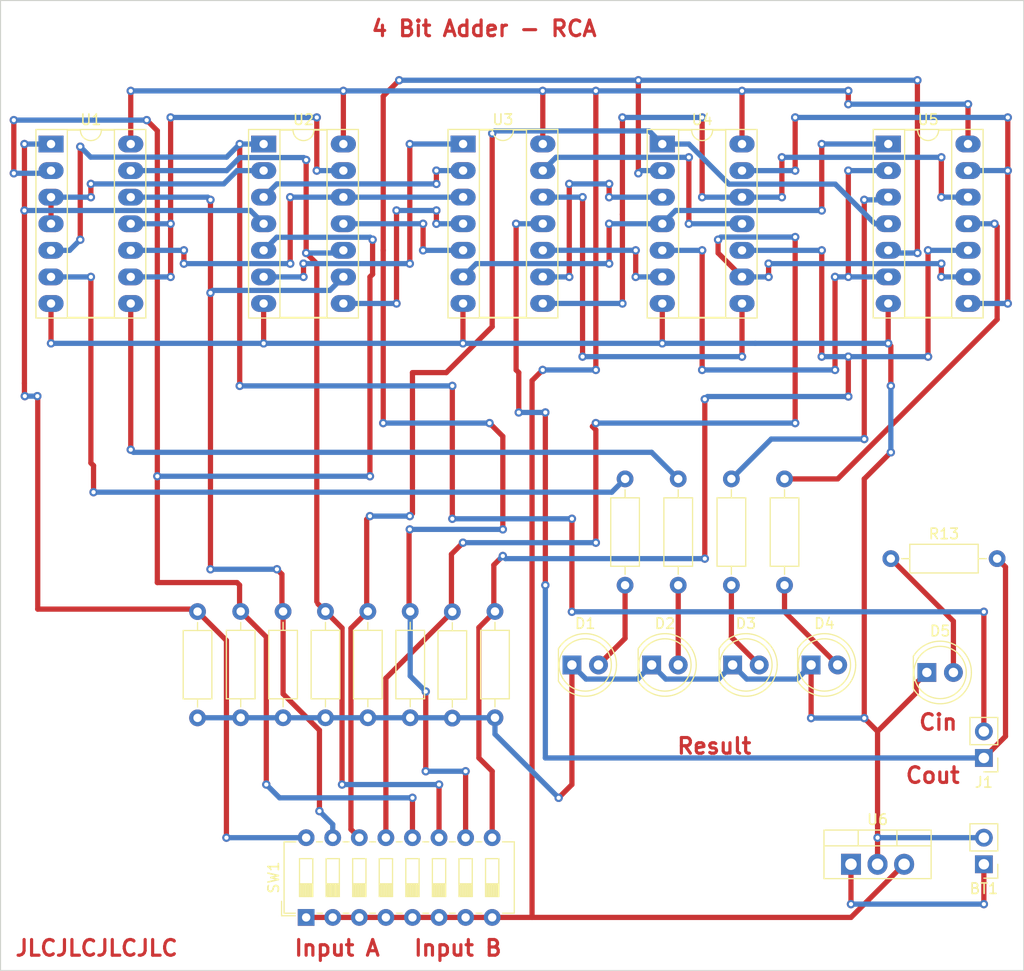
<source format=kicad_pcb>
(kicad_pcb (version 20221018) (generator pcbnew)
  (layers (0 "F.Cu" signal) (31 "B.Cu" signal) (34 "B.Paste" user) (35 "F.Paste" user) (36 "B.SilkS" user "B.Silkscreen") (37 "F.SilkS" user "F.Silkscreen") (38 "B.Mask" user) (39 "F.Mask" user) (44 "Edge.Cuts" user))
  (net 0 "")
  (net 1 "Net-(BT1-+)")
  (net 2 "Net-(BT1--)")
  (net 3 "Net-(D1-A)")
  (net 4 "Net-(D2-A)")
  (net 5 "Net-(D3-A)")
  (net 6 "Net-(D4-A)")
  (net 7 "Net-(J1-Pin_1)")
  (net 8 "Net-(R1-Pad2)")
  (net 9 "Net-(R2-Pad2)")
  (net 10 "Net-(R3-Pad2)")
  (net 11 "Net-(R4-Pad2)")
  (net 12 "Net-(U1-Pad3)")
  (net 13 "Net-(U1-Pad11)")
  (net 14 "Net-(U1-Pad10)")
  (net 15 "Net-(U2-Pad3)")
  (net 16 "Net-(U2-Pad6)")
  (net 17 "Net-(U2-Pad8)")
  (net 18 "Net-(U2-Pad11)")
  (net 19 "Net-(U3-Pad6)")
  (net 20 "Net-(U3-Pad8)")
  (net 21 "Net-(U3-Pad9)")
  (net 22 "Net-(U3-Pad10)")
  (net 23 "Net-(U3-Pad12)")
  (net 24 "Net-(U3-Pad13)")
  (net 25 "Net-(U4-Pad5)")
  (net 26 "Net-(U4-Pad13)")
  (net 27 "Net-(R5-Pad1)")
  (net 28 "Net-(R6-Pad1)")
  (net 29 "Net-(R7-Pad1)")
  (net 30 "Net-(R8-Pad1)")
  (net 31 "Net-(R9-Pad1)")
  (net 32 "Net-(R10-Pad1)")
  (net 33 "Net-(R11-Pad1)")
  (net 34 "Net-(R12-Pad1)")
  (net 35 "Net-(U1E-VCC)")
  (net 36 "Net-(J1-Pin_2)")
  (net 37 "Net-(D5-A)")
  (footprint "Resistor_THT:R_Axial_DIN0207_L6.3mm_D2.5mm_P10.16mm_Horizontal" (layer "F.Cu") (at 175.26 104.14 90)
    (fp_text reference "R3" hide)
    (fp_text value "360")
  )
  (footprint "LED_THT:LED_D5.0mm" (layer "F.Cu") (at 167.64 111.76)
    (fp_text reference "D2")
    (fp_text value "LED")
  )
  (footprint "Resistor_THT:R_Axial_DIN0207_L6.3mm_D2.5mm_P10.16mm_Horizontal" (layer "F.Cu") (at 148.59 106.68 -90)
    (fp_text reference "R6" hide)
    (fp_text value "10k")
  )
  (footprint "Package_DIP:DIP-14_W7.62mm_Socket_LongPads" (layer "F.Cu") (at 168.656 61.976)
    (fp_text reference "U4")
    (fp_text value "74HC08")
  )
  (footprint "Resistor_THT:R_Axial_DIN0207_L6.3mm_D2.5mm_P10.16mm_Horizontal" (layer "F.Cu") (at 124.24 106.66 -90)
    (fp_text reference "R12" hide)
    (fp_text value "10k")
  )
  (footprint "Package_DIP:DIP-14_W7.62mm_Socket_LongPads" (layer "F.Cu") (at 190.256 61.971)
    (fp_text reference "U5")
    (fp_text value "74HC86")
  )
  (footprint "Resistor_THT:R_Axial_DIN0207_L6.3mm_D2.5mm_P10.16mm_Horizontal" (layer "F.Cu") (at 140.516 106.646 -90)
    (fp_text reference "R8" hide)
    (fp_text value "10k")
  )
  (footprint "LED_THT:LED_D5.0mm" (layer "F.Cu") (at 193.94 112.48)
    (fp_text reference "D5")
    (fp_text value "LED")
  )
  (footprint "LED_THT:LED_D5.0mm" (layer "F.Cu") (at 160.02 111.76)
    (fp_text reference "D1")
    (fp_text value "LED")
  )
  (footprint "Connector_PinHeader_2.54mm:PinHeader_1x02_P2.54mm_Vertical" (layer "F.Cu") (at 199.39 130.81 180)
    (fp_text reference "BT1")
    (fp_text value "9V")
  )
  (footprint "Resistor_THT:R_Axial_DIN0207_L6.3mm_D2.5mm_P10.16mm_Horizontal" (layer "F.Cu") (at 136.466 106.646 -90)
    (fp_text reference "R9" hide)
    (fp_text value "10k")
  )
  (footprint "Button_Switch_THT:SW_DIP_SPSTx08_Slide_6.7x21.88mm_W7.62mm_P2.54mm_LowProfile" (layer "F.Cu") (at 134.62 135.89 90)
    (fp_text reference "SW1")
    (fp_text value "SW_DIP_x08")
  )
  (footprint "Resistor_THT:R_Axial_DIN0207_L6.3mm_D2.5mm_P10.16mm_Horizontal" (layer "F.Cu") (at 165.1 104.14 90)
    (fp_text reference "R1" hide)
    (fp_text value "360")
  )
  (footprint "Resistor_THT:R_Axial_DIN0207_L6.3mm_D2.5mm_P10.16mm_Horizontal" (layer "F.Cu") (at 144.566 106.646 -90)
    (fp_text reference "R7" hide)
    (fp_text value "10k")
  )
  (footprint "Connector_PinHeader_2.54mm:PinHeader_1x02_P2.54mm_Vertical" (layer "F.Cu") (at 199.39 120.65 180)
    (fp_text reference "J1")
    (fp_text value "CIN & COUT" hide)
  )
  (footprint "Package_TO_SOT_THT:TO-220-3_Vertical" (layer "F.Cu") (at 186.69 130.81)
    (fp_text reference "U6")
    (fp_text value "L7805")
  )
  (footprint "Package_DIP:DIP-14_W7.62mm_Socket_LongPads" (layer "F.Cu") (at 110.236 61.976)
    (fp_text reference "U1")
    (fp_text value "74HC86")
  )
  (footprint "Resistor_THT:R_Axial_DIN0207_L6.3mm_D2.5mm_P10.16mm_Horizontal" (layer "F.Cu") (at 152.666 106.646 -90)
    (fp_text reference "R5" hide)
    (fp_text value "10k")
  )
  (footprint "LED_THT:LED_D5.0mm" (layer "F.Cu") (at 182.88 111.76)
    (fp_text reference "D4")
    (fp_text value "LED")
  )
  (footprint "Package_DIP:DIP-14_W7.62mm_Socket_LongPads" (layer "F.Cu") (at 130.556 61.976)
    (fp_text reference "U2")
    (fp_text value "74HC08")
  )
  (footprint "Resistor_THT:R_Axial_DIN0207_L6.3mm_D2.5mm_P10.16mm_Horizontal" (layer "F.Cu") (at 132.416 106.646 -90)
    (fp_text reference "R10" hide)
    (fp_text value "10k")
  )
  (footprint "Resistor_THT:R_Axial_DIN0207_L6.3mm_D2.5mm_P10.16mm_Horizontal" (layer "F.Cu") (at 128.366 106.646 -90)
    (fp_text reference "R11" hide)
    (fp_text value "10k")
  )
  (footprint "Package_DIP:DIP-14_W7.62mm_Socket_LongPads" (layer "F.Cu") (at 149.616 61.971)
    (fp_text reference "U3")
    (fp_text value "74HC32")
  )
  (footprint "Resistor_THT:R_Axial_DIN0207_L6.3mm_D2.5mm_P10.16mm_Horizontal" (layer "F.Cu") (at 180.34 104.14 90)
    (fp_text reference "R4" hide)
    (fp_text value "360")
  )
  (footprint "Resistor_THT:R_Axial_DIN0207_L6.3mm_D2.5mm_P10.16mm_Horizontal" (layer "F.Cu") (at 190.5 101.6)
    (fp_text reference "R13")
    (fp_text value "360")
  )
  (footprint "LED_THT:LED_D5.0mm" (layer "F.Cu") (at 175.38 111.76)
    (fp_text reference "D3")
    (fp_text value "LED")
  )
  (footprint "Resistor_THT:R_Axial_DIN0207_L6.3mm_D2.5mm_P10.16mm_Horizontal" (layer "F.Cu") (at 170.18 104.14 90)
    (fp_text reference "R2" hide)
    (fp_text value "360")
  )
  (gr_rect (start 105.41 48.26) (end 203.2 140.97) (stroke (width 0.1)) (fill none) (layer "Edge.Cuts"))
  (gr_text "Result" (at 169.926 120.396) (layer "F.Cu") (effects (font (size 1.5 1.5) (thickness 0.3) bold) (justify left bottom)))
  (gr_text "Cout" (at 191.77 123.19) (layer "F.Cu") (effects (font (size 1.5 1.5) (thickness 0.3) bold) (justify left bottom)))
  (gr_text "4 Bit Adder - RCA" (at 140.716 51.816) (layer "F.Cu") (effects (font (size 1.5 1.5) (thickness 0.3) bold) (justify left bottom)))
  (gr_text "JLCJLCJLCJLC" (at 106.68 139.7) (layer "F.Cu") (effects (font (size 1.5 1.5) (thickness 0.3) bold) (justify left bottom)))
  (gr_text "Cin" (at 193.04 118.11) (layer "F.Cu") (effects (font (size 1.5 1.5) (thickness 0.3) bold) (justify left bottom)))
  (gr_text "Input A" (at 133.35 139.7) (layer "F.Cu") (effects (font (size 1.5 1.5) (thickness 0.3) bold) (justify left bottom)))
  (gr_text "Input B" (at 144.78 139.7) (layer "F.Cu") (effects (font (size 1.5 1.5) (thickness 0.3) bold) (justify left bottom)))
  (segment (start 186.69 134.62) (end 186.69 130.81) (width 0.5) (layer "F.Cu") (net 1))
  (segment (start 199.39 130.81) (end 199.39 134.62) (width 0.5) (layer "F.Cu") (net 1))
  (via (at 199.39 134.62) (size 0.8) (drill 0.4) (layers "F.Cu" "B.Cu") (net 1))
  (via (at 186.69 134.62) (size 0.8) (drill 0.4) (layers "F.Cu" "B.Cu") (net 1))
  (segment (start 199.39 134.62) (end 186.69 134.62) (width 0.5) (layer "B.Cu") (net 1))
  (segment (start 187.96 93.98) (end 190.5 91.44) (width 0.5) (layer "F.Cu") (net 2))
  (segment (start 193.94 112.48) (end 192.922771 113.497229) (width 0.5) (layer "F.Cu") (net 2))
  (segment (start 187.96 116.84) (end 187.96 93.98) (width 0.5) (layer "F.Cu") (net 2))
  (segment (start 190.5 81.28) (end 190.246 81.026) (width 0.5) (layer "F.Cu") (net 2))
  (segment (start 152.51 116.962) (end 152.666 116.806) (width 0.5) (layer "F.Cu") (net 2))
  (segment (start 189.23 128.27) (end 189.23 118.11) (width 0.5) (layer "F.Cu") (net 2))
  (segment (start 168.656 81.026) (end 168.656 77.216) (width 0.5) (layer "F.Cu") (net 2))
  (segment (start 130.556 81.026) (end 130.556 77.216) (width 0.5) (layer "F.Cu") (net 2))
  (segment (start 149.606 81.026) (end 149.606 77.221) (width 0.5) (layer "F.Cu") (net 2))
  (segment (start 190.246 77.221) (end 190.256 77.211) (width 0.5) (layer "F.Cu") (net 2))
  (segment (start 189.23 118.11) (end 187.96 116.84) (width 0.5) (layer "F.Cu") (net 2))
  (segment (start 190.246 81.026) (end 190.246 77.221) (width 0.5) (layer "F.Cu") (net 2))
  (segment (start 189.23 128.27) (end 189.23 130.81) (width 0.5) (layer "F.Cu") (net 2))
  (segment (start 190.5 85.09) (end 190.5 81.28) (width 0.5) (layer "F.Cu") (net 2))
  (segment (start 145.02 116.806) (end 144.566 116.806) (width 0.5) (layer "F.Cu") (net 2))
  (segment (start 182.88 116.84) (end 182.88 111.76) (width 0.5) (layer "F.Cu") (net 2))
  (segment (start 192.922771 114.417229) (end 189.23 118.11) (width 0.5) (layer "F.Cu") (net 2))
  (segment (start 192.922771 113.497229) (end 192.922771 114.417229) (width 0.5) (layer "F.Cu") (net 2))
  (segment (start 110.236 81.026) (end 110.236 77.216) (width 0.5) (layer "F.Cu") (net 2))
  (segment (start 149.606 77.221) (end 149.616 77.211) (width 0.5) (layer "F.Cu") (net 2))
  (segment (start 158.75 124.46) (end 160.02 123.19) (width 0.5) (layer "F.Cu") (net 2))
  (segment (start 160.02 123.19) (end 160.02 111.76) (width 0.5) (layer "F.Cu") (net 2))
  (via (at 158.75 124.46) (size 0.8) (drill 0.4) (layers "F.Cu" "B.Cu") (net 2))
  (via (at 187.96 116.84) (size 0.8) (drill 0.4) (layers "F.Cu" "B.Cu") (net 2))
  (via (at 190.5 85.09) (size 0.8) (drill 0.4) (layers "F.Cu" "B.Cu") (net 2))
  (via (at 149.606 81.026) (size 0.8) (drill 0.4) (layers "F.Cu" "B.Cu") (net 2))
  (via (at 190.5 91.44) (size 0.8) (drill 0.4) (layers "F.Cu" "B.Cu") (net 2))
  (via (at 168.656 81.026) (size 0.8) (drill 0.4) (layers "F.Cu" "B.Cu") (net 2))
  (via (at 190.246 81.026) (size 0.8) (drill 0.4) (layers "F.Cu" "B.Cu") (net 2))
  (via (at 110.236 81.026) (size 0.8) (drill 0.4) (layers "F.Cu" "B.Cu") (net 2))
  (via (at 130.556 81.026) (size 0.8) (drill 0.4) (layers "F.Cu" "B.Cu") (net 2))
  (via (at 182.88 116.84) (size 0.8) (drill 0.4) (layers "F.Cu" "B.Cu") (net 2))
  (via (at 189.23 128.27) (size 0.8) (drill 0.4) (layers "F.Cu" "B.Cu") (net 2))
  (segment (start 124.254 116.806) (end 124.24 116.82) (width 0.5) (layer "B.Cu") (net 2))
  (segment (start 176.73 113.11) (end 175.38 111.76) (width 0.5) (layer "B.Cu") (net 2))
  (segment (start 187.96 116.84) (end 182.88 116.84) (width 0.5) (layer "B.Cu") (net 2))
  (segment (start 174.03 113.11) (end 168.99 113.11) (width 0.5) (layer "B.Cu") (net 2))
  (segment (start 152.666 118.376) (end 158.75 124.46) (width 0.5) (layer "B.Cu") (net 2))
  (segment (start 199.39 128.27) (end 189.23 128.27) (width 0.5) (layer "B.Cu") (net 2))
  (segment (start 177.546 81.026) (end 190.246 81.026) (width 0.5) (layer "B.Cu") (net 2))
  (segment (start 190.5 91.44) (end 190.5 85.09) (width 0.5) (layer "B.Cu") (net 2))
  (segment (start 152.666 116.806) (end 124.254 116.806) (width 0.5) (layer "B.Cu") (net 2))
  (segment (start 110.236 81.026) (end 177.546 81.026) (width 0.5) (layer "B.Cu") (net 2))
  (segment (start 152.666 116.806) (end 152.666 118.376) (width 0.5) (layer "B.Cu") (net 2))
  (segment (start 182.88 111.76) (end 181.53 113.11) (width 0.5) (layer "B.Cu") (net 2))
  (segment (start 161.37 113.11) (end 160.02 111.76) (width 0.5) (layer "B.Cu") (net 2))
  (segment (start 168.99 113.11) (end 167.64 111.76) (width 0.5) (layer "B.Cu") (net 2))
  (segment (start 166.29 113.11) (end 161.37 113.11) (width 0.5) (layer "B.Cu") (net 2))
  (segment (start 181.53 113.11) (end 176.73 113.11) (width 0.5) (layer "B.Cu") (net 2))
  (segment (start 175.38 111.76) (end 174.03 113.11) (width 0.5) (layer "B.Cu") (net 2))
  (segment (start 167.64 111.76) (end 166.29 113.11) (width 0.5) (layer "B.Cu") (net 2))
  (segment (start 165.1 109.22) (end 162.56 111.76) (width 0.5) (layer "F.Cu") (net 3))
  (segment (start 165.1 104.14) (end 165.1 109.22) (width 0.5) (layer "F.Cu") (net 3))
  (segment (start 170.18 104.14) (end 170.18 111.76) (width 0.5) (layer "F.Cu") (net 4))
  (segment (start 175.26 104.14) (end 175.26 109.1) (width 0.5) (layer "F.Cu") (net 5))
  (segment (start 175.26 109.1) (end 177.92 111.76) (width 0.5) (layer "F.Cu") (net 5))
  (segment (start 180.34 106.68) (end 185.42 111.76) (width 0.5) (layer "F.Cu") (net 6))
  (segment (start 180.34 104.14) (end 180.34 106.68) (width 0.5) (layer "F.Cu") (net 6))
  (segment (start 201.459999 118.580001) (end 199.39 120.65) (width 0.5) (layer "F.Cu") (net 7))
  (segment (start 157.48 104.14) (end 157.48 87.63) (width 0.5) (layer "F.Cu") (net 7))
  (segment (start 154.686 83.566) (end 154.686 69.596) (width 0.5) (layer "F.Cu") (net 7))
  (segment (start 200.66 101.6) (end 201.459999 102.399999) (width 0.5) (layer "F.Cu") (net 7))
  (segment (start 154.94 83.82) (end 154.686 83.566) (width 0.5) (layer "F.Cu") (net 7))
  (segment (start 154.94 87.63) (end 154.94 83.82) (width 0.5) (layer "F.Cu") (net 7))
  (segment (start 201.459999 102.399999) (end 201.459999 118.580001) (width 0.5) (layer "F.Cu") (net 7))
  (via (at 154.94 87.63) (size 0.8) (drill 0.4) (layers "F.Cu" "B.Cu") (net 7))
  (via (at 157.48 87.63) (size 0.8) (drill 0.4) (layers "F.Cu" "B.Cu") (net 7))
  (via (at 154.686 69.596) (size 0.8) (drill 0.4) (layers "F.Cu" "B.Cu") (net 7))
  (via (at 157.48 104.14) (size 0.8) (drill 0.4) (layers "F.Cu" "B.Cu") (net 7))
  (segment (start 199.39 120.65) (end 157.48 120.65) (width 0.5) (layer "B.Cu") (net 7))
  (segment (start 157.48 87.63) (end 154.94 87.63) (width 0.5) (layer "B.Cu") (net 7))
  (segment (start 154.686 69.596) (end 157.231 69.596) (width 0.5) (layer "B.Cu") (net 7))
  (segment (start 157.231 69.596) (end 157.236 69.591) (width 0.5) (layer "B.Cu") (net 7))
  (segment (start 157.48 120.65) (end 157.48 104.14) (width 0.5) (layer "B.Cu") (net 7))
  (segment (start 114.3 92.71) (end 114.046 92.456) (width 0.5) (layer "F.Cu") (net 8))
  (segment (start 114.046 74.676) (end 114.046 92.456) (width 0.5) (layer "F.Cu") (net 8))
  (segment (start 114.3 95.25) (end 114.3 92.71) (width 0.5) (layer "F.Cu") (net 8))
  (via (at 114.3 95.25) (size 0.8) (drill 0.4) (layers "F.Cu" "B.Cu") (net 8))
  (via (at 114.046 74.676) (size 0.8) (drill 0.4) (layers "F.Cu" "B.Cu") (net 8))
  (segment (start 165.1 93.98) (end 163.83 95.25) (width 0.5) (layer "B.Cu") (net 8))
  (segment (start 163.83 95.25) (end 114.3 95.25) (width 0.5) (layer "B.Cu") (net 8))
  (segment (start 110.236 74.676) (end 114.046 74.676) (width 0.5) (layer "B.Cu") (net 8))
  (segment (start 117.856 91.186) (end 117.856 77.216) (width 0.5) (layer "F.Cu") (net 9))
  (via (at 117.856 91.186) (size 0.8) (drill 0.4) (layers "F.Cu" "B.Cu") (net 9))
  (segment (start 170.18 93.98) (end 167.64 91.44) (width 0.5) (layer "B.Cu") (net 9))
  (segment (start 167.64 91.44) (end 118.11 91.44) (width 0.5) (layer "B.Cu") (net 9))
  (segment (start 118.11 91.44) (end 117.856 91.186) (width 0.5) (layer "B.Cu") (net 9))
  (segment (start 187.96 90.17) (end 187.96 67.31) (width 0.5) (layer "F.Cu") (net 10))
  (via (at 187.96 67.31) (size 0.8) (drill 0.4) (layers "F.Cu" "B.Cu") (net 10))
  (via (at 187.96 90.17) (size 0.8) (drill 0.4) (layers "F.Cu" "B.Cu") (net 10))
  (segment (start 187.96 67.31) (end 189.997 67.31) (width 0.5) (layer "B.Cu") (net 10))
  (segment (start 179.07 90.17) (end 187.96 90.17) (width 0.5) (layer "B.Cu") (net 10))
  (segment (start 175.26 93.98) (end 179.07 90.17) (width 0.5) (layer "B.Cu") (net 10))
  (segment (start 189.997 67.31) (end 190.256 67.051) (width 0.5) (layer "B.Cu") (net 10))
  (segment (start 190.261 67.056) (end 190.256 67.051) (width 0.5) (layer "B.Cu") (net 10))
  (segment (start 200.66 78.74) (end 200.66 69.85) (width 0.5) (layer "F.Cu") (net 11))
  (segment (start 185.42 93.98) (end 200.66 78.74) (width 0.5) (layer "F.Cu") (net 11))
  (segment (start 180.34 93.98) (end 185.42 93.98) (width 0.5) (layer "F.Cu") (net 11))
  (segment (start 200.66 69.85) (end 200.406 69.596) (width 0.5) (layer "F.Cu") (net 11))
  (via (at 200.406 69.596) (size 0.8) (drill 0.4) (layers "F.Cu" "B.Cu") (net 11))
  (segment (start 200.406 69.596) (end 197.881 69.596) (width 0.5) (layer "B.Cu") (net 11))
  (segment (start 197.881 69.596) (end 197.876 69.591) (width 0.5) (layer "B.Cu") (net 11))
  (segment (start 110.236 69.596) (end 110.236 67.056) (width 0.5) (layer "F.Cu") (net 12))
  (segment (start 114.046 65.786) (end 114.046 67.056) (width 0.5) (layer "F.Cu") (net 12))
  (via (at 114.046 65.786) (size 0.8) (drill 0.4) (layers "F.Cu" "B.Cu") (net 12))
  (via (at 114.046 67.056) (size 0.8) (drill 0.4) (layers "F.Cu" "B.Cu") (net 12))
  (segment (start 128.016 64.516) (end 126.746 65.786) (width 0.5) (layer "B.Cu") (net 12))
  (segment (start 114.046 67.056) (end 110.236 67.056) (width 0.5) (layer "B.Cu") (net 12))
  (segment (start 130.556 64.516) (end 128.016 64.516) (width 0.5) (layer "B.Cu") (net 12))
  (segment (start 126.746 65.786) (end 114.046 65.786) (width 0.5) (layer "B.Cu") (net 12))
  (segment (start 121.666 69.596) (end 121.666 59.436) (width 0.5) (layer "F.Cu") (net 13))
  (segment (start 121.666 74.676) (end 121.666 69.596) (width 0.5) (layer "F.Cu") (net 13))
  (segment (start 135.636 59.436) (end 135.636 64.516) (width 0.5) (layer "F.Cu") (net 13))
  (via (at 135.636 64.516) (size 0.8) (drill 0.4) (layers "F.Cu" "B.Cu") (net 13))
  (via (at 121.666 69.596) (size 0.8) (drill 0.4) (layers "F.Cu" "B.Cu") (net 13))
  (via (at 121.666 59.436) (size 0.8) (drill 0.4) (layers "F.Cu" "B.Cu") (net 13))
  (via (at 135.636 59.436) (size 0.8) (drill 0.4) (layers "F.Cu" "B.Cu") (net 13))
  (via (at 121.666 74.676) (size 0.8) (drill 0.4) (layers "F.Cu" "B.Cu") (net 13))
  (segment (start 121.666 69.596) (end 117.856 69.596) (width 0.5) (layer "B.Cu") (net 13))
  (segment (start 135.636 64.516) (end 138.176 64.516) (width 0.5) (layer "B.Cu") (net 13))
  (segment (start 117.856 74.676) (end 121.666 74.676) (width 0.5) (layer "B.Cu") (net 13))
  (segment (start 121.666 59.436) (end 135.636 59.436) (width 0.5) (layer "B.Cu") (net 13))
  (segment (start 122.936 73.406) (end 122.936 72.136) (width 0.5) (layer "F.Cu") (net 14))
  (segment (start 133.096 67.056) (end 133.096 73.406) (width 0.5) (layer "F.Cu") (net 14))
  (via (at 133.096 67.056) (size 0.8) (drill 0.4) (layers "F.Cu" "B.Cu") (net 14))
  (via (at 133.096 73.406) (size 0.8) (drill 0.4) (layers "F.Cu" "B.Cu") (net 14))
  (via (at 122.936 72.136) (size 0.8) (drill 0.4) (layers "F.Cu" "B.Cu") (net 14))
  (via (at 122.936 73.406) (size 0.8) (drill 0.4) (layers "F.Cu" "B.Cu") (net 14))
  (segment (start 138.176 67.056) (end 149.611 67.056) (width 0.5) (layer "B.Cu") (net 14))
  (segment (start 133.096 73.406) (end 122.936 73.406) (width 0.5) (layer "B.Cu") (net 14))
  (segment (start 149.611 67.056) (end 149.616 67.051) (width 0.5) (layer "B.Cu") (net 14))
  (segment (start 138.176 67.056) (end 133.096 67.056) (width 0.5) (layer "B.Cu") (net 14))
  (segment (start 122.936 72.136) (end 117.856 72.136) (width 0.5) (layer "B.Cu") (net 14))
  (segment (start 147.066 65.786) (end 147.066 64.516) (width 0.5) (layer "F.Cu") (net 15))
  (via (at 147.066 65.786) (size 0.8) (drill 0.4) (layers "F.Cu" "B.Cu") (net 15))
  (via (at 147.066 64.516) (size 0.8) (drill 0.4) (layers "F.Cu" "B.Cu") (net 15))
  (segment (start 149.611 64.516) (end 149.616 64.511) (width 0.5) (layer "B.Cu") (net 15))
  (segment (start 131.826 65.786) (end 147.066 65.786) (width 0.5) (layer "B.Cu") (net 15))
  (segment (start 147.066 64.516) (end 149.611 64.516) (width 0.5) (layer "B.Cu") (net 15))
  (segment (start 130.556 67.056) (end 131.826 65.786) (width 0.5) (layer "B.Cu") (net 15))
  (segment (start 134.366 74.676) (end 134.366 73.406) (width 0.5) (layer "F.Cu") (net 16))
  (segment (start 144.526 73.406) (end 144.526 61.976) (width 0.5) (layer "F.Cu") (net 16))
  (via (at 144.526 61.976) (size 0.8) (drill 0.4) (layers "F.Cu" "B.Cu") (net 16))
  (via (at 134.366 73.406) (size 0.8) (drill 0.4) (layers "F.Cu" "B.Cu") (net 16))
  (via (at 144.526 73.406) (size 0.8) (drill 0.4) (layers "F.Cu" "B.Cu") (net 16))
  (via (at 134.366 74.676) (size 0.8) (drill 0.4) (layers "F.Cu" "B.Cu") (net 16))
  (segment (start 134.366 73.406) (end 144.526 73.406) (width 0.5) (layer "B.Cu") (net 16))
  (segment (start 130.556 74.676) (end 134.366 74.676) (width 0.5) (layer "B.Cu") (net 16))
  (segment (start 144.531 61.971) (end 149.616 61.971) (width 0.5) (layer "B.Cu") (net 16))
  (segment (start 144.526 61.976) (end 144.531 61.971) (width 0.5) (layer "B.Cu") (net 16))
  (segment (start 143.256 77.216) (end 143.256 68.326) (width 0.5) (layer "F.Cu") (net 17))
  (segment (start 147.066 68.326) (end 147.066 69.596) (width 0.5) (layer "F.Cu") (net 17))
  (via (at 143.256 77.216) (size 0.8) (drill 0.4) (layers "F.Cu" "B.Cu") (net 17))
  (via (at 147.066 69.596) (size 0.8) (drill 0.4) (layers "F.Cu" "B.Cu") (net 17))
  (via (at 147.066 68.326) (size 0.8) (drill 0.4) (layers "F.Cu" "B.Cu") (net 17))
  (via (at 143.256 68.326) (size 0.8) (drill 0.4) (layers "F.Cu" "B.Cu") (net 17))
  (segment (start 149.611 69.596) (end 149.616 69.591) (width 0.5) (layer "B.Cu") (net 17))
  (segment (start 147.066 69.596) (end 149.611 69.596) (width 0.5) (layer "B.Cu") (net 17))
  (segment (start 143.256 68.326) (end 147.066 68.326) (width 0.5) (layer "B.Cu") (net 17))
  (segment (start 138.176 77.216) (end 143.256 77.216) (width 0.5) (layer "B.Cu") (net 17))
  (segment (start 145.796 69.596) (end 145.796 72.136) (width 0.5) (layer "F.Cu") (net 18))
  (via (at 145.796 72.136) (size 0.8) (drill 0.4) (layers "F.Cu" "B.Cu") (net 18))
  (via (at 145.796 69.596) (size 0.8) (drill 0.4) (layers "F.Cu" "B.Cu") (net 18))
  (segment (start 138.176 69.596) (end 145.796 69.596) (width 0.5) (layer "B.Cu") (net 18))
  (segment (start 145.796 72.136) (end 149.611 72.136) (width 0.5) (layer "B.Cu") (net 18))
  (segment (start 149.611 72.136) (end 149.616 72.131) (width 0.5) (layer "B.Cu") (net 18))
  (segment (start 163.576 73.406) (end 163.576 69.596) (width 0.5) (layer "F.Cu") (net 19))
  (segment (start 183.896 68.326) (end 183.896 61.976) (width 0.5) (layer "F.Cu") (net 19))
  (via (at 163.576 69.596) (size 0.8) (drill 0.4) (layers "F.Cu" "B.Cu") (net 19))
  (via (at 183.896 61.976) (size 0.8) (drill 0.4) (layers "F.Cu" "B.Cu") (net 19))
  (via (at 183.896 68.326) (size 0.8) (drill 0.4) (layers "F.Cu" "B.Cu") (net 19))
  (via (at 163.576 73.406) (size 0.8) (drill 0.4) (layers "F.Cu" "B.Cu") (net 19))
  (segment (start 183.901 61.971) (end 190.256 61.971) (width 0.5) (layer "B.Cu") (net 19))
  (segment (start 149.616 74.671) (end 150.881 73.406) (width 0.5) (layer "B.Cu") (net 19))
  (segment (start 168.656 69.596) (end 169.926 68.326) (width 0.5) (layer "B.Cu") (net 19))
  (segment (start 163.576 69.596) (end 168.656 69.596) (width 0.5) (layer "B.Cu") (net 19))
  (segment (start 183.896 61.976) (end 183.901 61.971) (width 0.5) (layer "B.Cu") (net 19))
  (segment (start 169.926 68.326) (end 183.896 68.326) (width 0.5) (layer "B.Cu") (net 19))
  (segment (start 150.881 73.406) (end 163.576 73.406) (width 0.5) (layer "B.Cu") (net 19))
  (segment (start 164.846 77.216) (end 164.846 68.698233) (width 0.5) (layer "F.Cu") (net 20))
  (segment (start 180.086 63.246) (end 180.086 67.056) (width 0.5) (layer "F.Cu") (net 20))
  (segment (start 195.326 67.056) (end 195.326 63.246) (width 0.5) (layer "F.Cu") (net 20))
  (segment (start 164.846 68.698233) (end 164.846 67.056) (width 0.5) (layer "F.Cu") (net 20))
  (segment (start 172.466 59.436) (end 172.466 67.056) (width 0.5) (layer "F.Cu") (net 20))
  (segment (start 164.846 67.056) (end 164.846 59.436) (width 0.5) (layer "F.Cu") (net 20))
  (via (at 172.466 67.056) (size 0.8) (drill 0.4) (layers "F.Cu" "B.Cu") (net 20))
  (via (at 172.466 59.436) (size 0.8) (drill 0.4) (layers "F.Cu" "B.Cu") (net 20))
  (via (at 164.846 59.436) (size 0.8) (drill 0.4) (layers "F.Cu" "B.Cu") (net 20))
  (via (at 195.326 63.246) (size 0.8) (drill 0.4) (layers "F.Cu" "B.Cu") (net 20))
  (via (at 195.326 67.056) (size 0.8) (drill 0.4) (layers "F.Cu" "B.Cu") (net 20))
  (via (at 164.846 77.216) (size 0.8) (drill 0.4) (layers "F.Cu" "B.Cu") (net 20))
  (via (at 180.086 67.056) (size 0.8) (drill 0.4) (layers "F.Cu" "B.Cu") (net 20))
  (via (at 180.086 63.246) (size 0.8) (drill 0.4) (layers "F.Cu" "B.Cu") (net 20))
  (segment (start 157.236 77.211) (end 164.841 77.211) (width 0.5) (layer "B.Cu") (net 20))
  (segment (start 195.331 67.051) (end 195.326 67.056) (width 0.5) (layer "B.Cu") (net 20))
  (segment (start 195.326 63.246) (end 180.086 63.246) (width 0.5) (layer "B.Cu") (net 20))
  (segment (start 172.466 67.056) (end 176.276 67.056) (width 0.5) (layer "B.Cu") (net 20))
  (segment (start 164.846 59.436) (end 172.466 59.436) (width 0.5) (layer "B.Cu") (net 20))
  (segment (start 180.086 67.056) (end 176.276 67.056) (width 0.5) (layer "B.Cu") (net 20))
  (segment (start 164.841 77.211) (end 164.846 77.216) (width 0.5) (layer "B.Cu") (net 20))
  (segment (start 197.876 67.051) (end 195.331 67.051) (width 0.5) (layer "B.Cu") (net 20))
  (segment (start 163.576 67.056) (end 163.576 65.786) (width 0.5) (layer "F.Cu") (net 21))
  (segment (start 159.766 65.786) (end 159.766 74.676) (width 0.5) (layer "F.Cu") (net 21))
  (via (at 163.576 67.056) (size 0.8) (drill 0.4) (layers "F.Cu" "B.Cu") (net 21))
  (via (at 163.576 65.786) (size 0.8) (drill 0.4) (layers "F.Cu" "B.Cu") (net 21))
  (via (at 159.766 74.676) (size 0.8) (drill 0.4) (layers "F.Cu" "B.Cu") (net 21))
  (via (at 159.766 65.786) (size 0.8) (drill 0.4) (layers "F.Cu" "B.Cu") (net 21))
  (segment (start 168.656 67.056) (end 163.576 67.056) (width 0.5) (layer "B.Cu") (net 21))
  (segment (start 157.241 74.676) (end 157.236 74.671) (width 0.5) (layer "B.Cu") (net 21))
  (segment (start 163.576 65.786) (end 159.766 65.786) (width 0.5) (layer "B.Cu") (net 21))
  (segment (start 159.766 74.676) (end 157.241 74.676) (width 0.5) (layer "B.Cu") (net 21))
  (segment (start 166.116 72.136) (end 166.116 74.676) (width 0.5) (layer "F.Cu") (net 22))
  (via (at 166.116 72.136) (size 0.8) (drill 0.4) (layers "F.Cu" "B.Cu") (net 22))
  (via (at 166.116 74.676) (size 0.8) (drill 0.4) (layers "F.Cu" "B.Cu") (net 22))
  (segment (start 157.236 72.131) (end 166.111 72.131) (width 0.5) (layer "B.Cu") (net 22))
  (segment (start 166.111 72.131) (end 166.116 72.136) (width 0.5) (layer "B.Cu") (net 22))
  (segment (start 166.116 74.676) (end 168.656 74.676) (width 0.5) (layer "B.Cu") (net 22))
  (segment (start 176.276 82.296) (end 176.276 77.216) (width 0.5) (layer "F.Cu") (net 23))
  (segment (start 161.036 67.056) (end 161.036 82.296) (width 0.5) (layer "F.Cu") (net 23))
  (via (at 161.036 82.296) (size 0.8) (drill 0.4) (layers "F.Cu" "B.Cu") (net 23))
  (via (at 176.276 82.296) (size 0.8) (drill 0.4) (layers "F.Cu" "B.Cu") (net 23))
  (via (at 161.036 67.056) (size 0.8) (drill 0.4) (layers "F.Cu" "B.Cu") (net 23))
  (segment (start 161.031 67.051) (end 161.036 67.056) (width 0.5) (layer "B.Cu") (net 23))
  (segment (start 157.236 67.051) (end 161.031 67.051) (width 0.5) (layer "B.Cu") (net 23))
  (segment (start 161.036 82.296) (end 176.276 82.296) (width 0.5) (layer "B.Cu") (net 23))
  (segment (start 171.196 63.246) (end 171.196 69.596) (width 0.5) (layer "F.Cu") (net 24))
  (via (at 171.196 69.596) (size 0.8) (drill 0.4) (layers "F.Cu" "B.Cu") (net 24))
  (via (at 171.196 63.246) (size 0.8) (drill 0.4) (layers "F.Cu" "B.Cu") (net 24))
  (segment (start 171.196 69.596) (end 176.276 69.596) (width 0.5) (layer "B.Cu") (net 24))
  (segment (start 157.236 64.511) (end 158.501 63.246) (width 0.5) (layer "B.Cu") (net 24))
  (segment (start 158.501 63.246) (end 171.196 63.246) (width 0.5) (layer "B.Cu") (net 24))
  (segment (start 186.436 74.671) (end 186.436 64.516) (width 0.5) (layer "F.Cu") (net 25))
  (segment (start 172.466 72.136) (end 172.466 83.566) (width 0.5) (layer "F.Cu") (net 25))
  (segment (start 185.166 83.566) (end 185.166 74.676) (width 0.5) (layer "F.Cu") (net 25))
  (via (at 185.166 83.566) (size 0.8) (drill 0.4) (layers "F.Cu" "B.Cu") (net 25))
  (via (at 185.166 74.676) (size 0.8) (drill 0.4) (layers "F.Cu" "B.Cu") (net 25))
  (via (at 172.466 72.136) (size 0.8) (drill 0.4) (layers "F.Cu" "B.Cu") (net 25))
  (via (at 186.436 74.671) (size 0.8) (drill 0.4) (layers "F.Cu" "B.Cu") (net 25))
  (via (at 172.466 83.566) (size 0.8) (drill 0.4) (layers "F.Cu" "B.Cu") (net 25))
  (via (at 186.436 64.516) (size 0.8) (drill 0.4) (layers "F.Cu" "B.Cu") (net 25))
  (segment (start 185.166 74.676) (end 185.171 74.671) (width 0.5) (layer "B.Cu") (net 25))
  (segment (start 186.436 64.516) (end 190.251 64.516) (width 0.5) (layer "B.Cu") (net 25))
  (segment (start 172.466 83.566) (end 185.166 83.566) (width 0.5) (layer "B.Cu") (net 25))
  (segment (start 168.656 72.136) (end 172.466 72.136) (width 0.5) (layer "B.Cu") (net 25))
  (segment (start 190.251 64.516) (end 190.256 64.511) (width 0.5) (layer "B.Cu") (net 25))
  (segment (start 185.171 74.671) (end 190.256 74.671) (width 0.5) (layer "B.Cu") (net 25))
  (segment (start 201.676 64.516) (end 201.676 77.216) (width 0.5) (layer "F.Cu") (net 26))
  (segment (start 201.676 64.516) (end 201.676 59.436) (width 0.5) (layer "F.Cu") (net 26))
  (segment (start 181.356 59.436) (end 181.356 64.516) (width 0.5) (layer "F.Cu") (net 26))
  (via (at 181.356 64.516) (size 0.8) (drill 0.4) (layers "F.Cu" "B.Cu") (net 26))
  (via (at 201.676 59.436) (size 0.8) (drill 0.4) (layers "F.Cu" "B.Cu") (net 26))
  (via (at 201.676 64.516) (size 0.8) (drill 0.4) (layers "F.Cu" "B.Cu") (net 26))
  (via (at 181.356 59.436) (size 0.8) (drill 0.4) (layers "F.Cu" "B.Cu") (net 26))
  (via (at 201.676 77.216) (size 0.8) (drill 0.4) (layers "F.Cu" "B.Cu") (net 26))
  (segment (start 181.356 64.516) (end 176.276 64.516) (width 0.5) (layer "B.Cu") (net 26))
  (segment (start 197.881 77.216) (end 197.876 77.211) (width 0.5) (layer "B.Cu") (net 26))
  (segment (start 197.876 64.511) (end 201.671 64.511) (width 0.5) (layer "B.Cu") (net 26))
  (segment (start 201.676 59.436) (end 181.356 59.436) (width 0.5) (layer "B.Cu") (net 26))
  (segment (start 201.676 77.216) (end 197.881 77.216) (width 0.5) (layer "B.Cu") (net 26))
  (segment (start 201.671 64.511) (end 201.676 64.516) (width 0.5) (layer "B.Cu") (net 26))
  (segment (start 152.4 121.92) (end 151.13 120.65) (width 0.5) (layer "F.Cu") (net 27))
  (segment (start 152.556 106.426) (end 152.556 102.206) (width 0.5) (layer "F.Cu") (net 27))
  (segment (start 152.4 128.27) (end 152.4 121.92) (width 0.5) (layer "F.Cu") (net 27))
  (segment (start 194.056 82.296) (end 194.056 72.136) (width 0.5) (layer "F.Cu") (net 27))
  (segment (start 151.13 108.182) (end 152.666 106.646) (width 0.5) (layer "F.Cu") (net 27))
  (segment (start 186.436 86.106) (end 186.436 82.296) (width 0.5) (layer "F.Cu") (net 27))
  (segment (start 151.13 120.65) (end 151.13 108.182) (width 0.5) (layer "F.Cu") (net 27))
  (segment (start 183.896 72.136) (end 183.896 82.296) (width 0.5) (layer "F.Cu") (net 27))
  (segment (start 172.72 86.36) (end 172.72 101.6) (width 0.5) (layer "F.Cu") (net 27))
  (segment (start 152.556 102.206) (end 153.416 101.346) (width 0.5) (layer "F.Cu") (net 27))
  (via (at 186.436 86.106) (size 0.8) (drill 0.4) (layers "F.Cu" "B.Cu") (net 27))
  (via (at 194.056 72.136) (size 0.8) (drill 0.4) (layers "F.Cu" "B.Cu") (net 27))
  (via (at 183.896 82.296) (size 0.8) (drill 0.4) (layers "F.Cu" "B.Cu") (net 27))
  (via (at 183.896 72.136) (size 0.8) (drill 0.4) (layers "F.Cu" "B.Cu") (net 27))
  (via (at 153.416 101.346) (size 0.8) (drill 0.4) (layers "F.Cu" "B.Cu") (net 27))
  (via (at 172.72 86.36) (size 0.8) (drill 0.4) (layers "F.Cu" "B.Cu") (net 27))
  (via (at 186.436 82.296) (size 0.8) (drill 0.4) (layers "F.Cu" "B.Cu") (net 27))
  (via (at 172.72 101.6) (size 0.8) (drill 0.4) (layers "F.Cu" "B.Cu") (net 27))
  (via (at 194.056 82.296) (size 0.8) (drill 0.4) (layers "F.Cu" "B.Cu") (net 27))
  (segment (start 186.436 82.296) (end 194.056 82.296) (width 0.5) (layer "B.Cu") (net 27))
  (segment (start 172.974 86.106) (end 172.72 86.36) (width 0.5) (layer "B.Cu") (net 27))
  (segment (start 183.896 82.296) (end 186.436 82.296) (width 0.5) (layer "B.Cu") (net 27))
  (segment (start 194.056 72.136) (end 197.871 72.136) (width 0.5) (layer "B.Cu") (net 27))
  (segment (start 153.162 101.6) (end 153.416 101.346) (width 0.5) (layer "B.Cu") (net 27))
  (segment (start 197.871 72.136) (end 197.876 72.131) (width 0.5) (layer "B.Cu") (net 27))
  (segment (start 176.276 72.136) (end 183.896 72.136) (width 0.5) (layer "B.Cu") (net 27))
  (segment (start 153.67 101.6) (end 153.416 101.346) (width 0.5) (layer "B.Cu") (net 27))
  (segment (start 172.72 101.6) (end 153.67 101.6) (width 0.5) (layer "B.Cu") (net 27))
  (segment (start 186.436 86.106) (end 172.974 86.106) (width 0.5) (layer "B.Cu") (net 27))
  (segment (start 162.306 89.298) (end 161.98 88.972) (width 0.5) (layer "F.Cu") (net 28))
  (segment (start 148.506 101.176) (end 149.606 100.076) (width 0.5) (layer "F.Cu") (net 28))
  (segment (start 173.99 71.12) (end 173.99 72.39) (width 0.5) (layer "F.Cu") (net 28))
  (segment (start 161.98 88.972) (end 162.306 88.646) (width 0.5) (layer "F.Cu") (net 28))
  (segment (start 181.356 88.646) (end 181.356 70.866) (width 0.5) (layer "F.Cu") (net 28))
  (segment (start 178.816 74.676) (end 178.816 73.406) (width 0.5) (layer "F.Cu") (net 28))
  (segment (start 148.506 106.426) (end 148.506 101.176) (width 0.5) (layer "F.Cu") (net 28))
  (segment (start 173.99 72.39) (end 176.276 74.676) (width 0.5) (layer "F.Cu") (net 28))
  (segment (start 195.326 73.406) (end 195.326 74.676) (width 0.5) (layer "F.Cu") (net 28))
  (segment (start 162.306 100.076) (end 162.306 89.298) (width 0.5) (layer "F.Cu") (net 28))
  (segment (start 142.24 128.27) (end 142.24 113.03) (width 0.5) (layer "F.Cu") (net 28))
  (segment (start 142.24 113.03) (end 148.59 106.68) (width 0.5) (layer "F.Cu") (net 28))
  (via (at 162.306 88.646) (size 0.8) (drill 0.4) (layers "F.Cu" "B.Cu") (net 28))
  (via (at 178.816 73.406) (size 0.8) (drill 0.4) (layers "F.Cu" "B.Cu") (net 28))
  (via (at 162.306 100.076) (size 0.8) (drill 0.4) (layers "F.Cu" "B.Cu") (net 28))
  (via (at 178.816 74.676) (size 0.8) (drill 0.4) (layers "F.Cu" "B.Cu") (net 28))
  (via (at 195.326 73.406) (size 0.8) (drill 0.4) (layers "F.Cu" "B.Cu") (net 28))
  (via (at 195.326 74.676) (size 0.8) (drill 0.4) (layers "F.Cu" "B.Cu") (net 28))
  (via (at 181.356 88.646) (size 0.8) (drill 0.4) (layers "F.Cu" "B.Cu") (net 28))
  (via (at 181.356 70.866) (size 0.8) (drill 0.4) (layers "F.Cu" "B.Cu") (net 28))
  (via (at 149.606 100.076) (size 0.8) (drill 0.4) (layers "F.Cu" "B.Cu") (net 28))
  (via (at 173.99 71.12) (size 0.8) (drill 0.4) (layers "F.Cu" "B.Cu") (net 28))
  (segment (start 174.244 70.866) (end 173.99 71.12) (width 0.5) (layer "B.Cu") (net 28))
  (segment (start 162.306 88.646) (end 181.356 88.646) (width 0.5) (layer "B.Cu") (net 28))
  (segment (start 197.871 74.676) (end 197.876 74.671) (width 0.5) (layer "B.Cu") (net 28))
  (segment (start 176.022 74.93) (end 176.276 74.676) (width 0.5) (layer "B.Cu") (net 28))
  (segment (start 178.816 73.406) (end 195.326 73.406) (width 0.5) (layer "B.Cu") (net 28))
  (segment (start 181.356 70.866) (end 174.244 70.866) (width 0.5) (layer "B.Cu") (net 28))
  (segment (start 149.606 100.076) (end 162.306 100.076) (width 0.5) (layer "B.Cu") (net 28))
  (segment (start 178.816 74.676) (end 176.276 74.676) (width 0.5) (layer "B.Cu") (net 28))
  (segment (start 195.326 74.676) (end 197.871 74.676) (width 0.5) (layer "B.Cu") (net 28))
  (segment (start 153.416 98.806) (end 153.416 89.916) (width 0.5) (layer "F.Cu") (net 29))
  (segment (start 146.05 121.92) (end 146.05 114.3) (width 0.5) (layer "F.Cu") (net 29))
  (segment (start 141.986 72.136) (end 141.986 57.404) (width 0.5) (layer "F.Cu") (net 29))
  (segment (start 149.86 128.27) (end 149.86 121.92) (width 0.5) (layer "F.Cu") (net 29))
  (segment (start 144.456 106.426) (end 144.456 98.876) (width 0.5) (layer "F.Cu") (net 29))
  (segment (start 193.04 55.88) (end 193.04 72.39) (width 0.5) (layer "F.Cu") (net 29))
  (segment (start 144.456 98.876) (end 144.526 98.806) (width 0.5) (layer "F.Cu") (net 29))
  (segment (start 141.986 57.404) (end 143.51 55.88) (width 0.5) (layer "F.Cu") (net 29))
  (segment (start 166.37 64.77) (end 166.37 55.88) (width 0.5) (layer "F.Cu") (net 29))
  (segment (start 153.416 89.916) (end 152.146 88.646) (width 0.5) (layer "F.Cu") (net 29))
  (segment (start 141.986 72.136) (end 141.986 88.646) (width 0.5) (layer "F.Cu") (net 29))
  (via (at 149.86 121.92) (size 0.8) (drill 0.4) (layers "F.Cu" "B.Cu") (net 29))
  (via (at 143.51 55.88) (size 0.8) (drill 0.4) (layers "F.Cu" "B.Cu") (net 29))
  (via (at 152.146 88.646) (size 0.8) (drill 0.4) (layers "F.Cu" "B.Cu") (net 29))
  (via (at 146.05 114.3) (size 0.8) (drill 0.4) (layers "F.Cu" "B.Cu") (net 29))
  (via (at 144.526 98.806) (size 0.8) (drill 0.4) (layers "F.Cu" "B.Cu") (net 29))
  (via (at 146.05 121.92) (size 0.8) (drill 0.4) (layers "F.Cu" "B.Cu") (net 29))
  (via (at 193.04 72.39) (size 0.8) (drill 0.4) (layers "F.Cu" "B.Cu") (net 29))
  (via (at 166.37 55.88) (size 0.8) (drill 0.4) (layers "F.Cu" "B.Cu") (net 29))
  (via (at 166.37 64.77) (size 0.8) (drill 0.4) (layers "F.Cu" "B.Cu") (net 29))
  (via (at 141.986 88.646) (size 0.8) (drill 0.4) (layers "F.Cu" "B.Cu") (net 29))
  (via (at 153.416 98.806) (size 0.8) (drill 0.4) (layers "F.Cu" "B.Cu") (net 29))
  (via (at 193.04 55.88) (size 0.8) (drill 0.4) (layers "F.Cu" "B.Cu") (net 29))
  (segment (start 190.515 72.39) (end 190.256 72.131) (width 0.5) (layer "B.Cu") (net 29))
  (segment (start 146.05 114.3) (end 144.566 112.816) (width 0.5) (layer "B.Cu") (net 29))
  (segment (start 166.624 64.516) (end 166.37 64.77) (width 0.5) (layer "B.Cu") (net 29))
  (segment (start 168.656 64.516) (end 166.624 64.516) (width 0.5) (layer "B.Cu") (net 29))
  (segment (start 141.986 88.646) (end 152.146 88.646) (width 0.5) (layer "B.Cu") (net 29))
  (segment (start 143.51 55.88) (end 166.37 55.88) (width 0.5) (layer "B.Cu") (net 29))
  (segment (start 166.37 55.88) (end 193.04 55.88) (width 0.5) (layer "B.Cu") (net 29))
  (segment (start 193.04 72.39) (end 190.515 72.39) (width 0.5) (layer "B.Cu") (net 29))
  (segment (start 149.86 121.92) (end 146.05 121.92) (width 0.5) (layer "B.Cu") (net 29))
  (segment (start 144.526 98.806) (end 153.416 98.806) (width 0.5) (layer "B.Cu") (net 29))
  (segment (start 144.566 112.816) (end 144.566 106.646) (width 0.5) (layer "B.Cu") (net 29))
  (segment (start 144.526 97.536) (end 144.78 97.282) (width 0.5) (layer "F.Cu") (net 30))
  (segment (start 152.4 79.434082) (end 152.4 60.96) (width 0.5) (layer "F.Cu") (net 30))
  (segment (start 138.900001 127.470001) (end 138.900001 108.261999) (width 0.5) (layer "F.Cu") (net 30))
  (segment (start 140.406 106.426) (end 140.406 97.846) (width 0.5) (layer "F.Cu") (net 30))
  (segment (start 144.78 83.82) (end 148.014082 83.82) (width 0.5) (layer "F.Cu") (net 30))
  (segment (start 148.014082 83.82) (end 152.4 79.434082) (width 0.5) (layer "F.Cu") (net 30))
  (segment (start 140.406 97.846) (end 140.716 97.536) (width 0.5) (layer "F.Cu") (net 30))
  (segment (start 138.900001 108.261999) (end 140.516 106.646) (width 0.5) (layer "F.Cu") (net 30))
  (segment (start 144.78 97.282) (end 144.78 83.82) (width 0.5) (layer "F.Cu") (net 30))
  (segment (start 139.7 128.27) (end 138.900001 127.470001) (width 0.5) (layer "F.Cu") (net 30))
  (via (at 140.716 97.536) (size 0.8) (drill 0.4) (layers "F.Cu" "B.Cu") (net 30))
  (via (at 152.4 60.96) (size 0.8) (drill 0.4) (layers "F.Cu" "B.Cu") (net 30))
  (via (at 144.526 97.536) (size 0.8) (drill 0.4) (layers "F.Cu" "B.Cu") (net 30))
  (segment (start 152.639 60.721) (end 152.4 60.96) (width 0.5) (layer "B.Cu") (net 30))
  (segment (start 185.186 65.806) (end 175.026 65.806) (width 0.5) (layer "B.Cu") (net 30))
  (segment (start 175.026 65.806) (end 171.196 61.976) (width 0.5) (layer "B.Cu") (net 30))
  (segment (start 140.716 97.536) (end 144.526 97.536) (width 0.5) (layer "B.Cu") (net 30))
  (segment (start 171.196 61.976) (end 168.656 61.976) (width 0.5) (layer "B.Cu") (net 30))
  (segment (start 190.256 69.591) (end 188.971 69.591) (width 0.5) (layer "B.Cu") (net 30))
  (segment (start 168.656 61.976) (end 167.401 60.721) (width 0.5) (layer "B.Cu") (net 30))
  (segment (start 167.401 60.721) (end 152.639 60.721) (width 0.5) (layer "B.Cu") (net 30))
  (segment (start 188.971 69.591) (end 185.186 65.806) (width 0.5) (layer "B.Cu") (net 30))
  (segment (start 147.32 128.27) (end 147.32 123.19) (width 0.5) (layer "F.Cu") (net 31))
  (segment (start 138.050501 108.230501) (end 136.466 106.646) (width 0.5) (layer "F.Cu") (net 31))
  (segment (start 138.050501 123.19) (end 138.050501 108.230501) (width 0.5) (layer "F.Cu") (net 31))
  (segment (start 134.62 63.5) (end 134.62 72.39) (width 0.5) (layer "F.Cu") (net 31))
  (segment (start 135.746 105.926) (end 136.466 106.646) (width 0.5) (layer "F.Cu") (net 31))
  (segment (start 135.636 105.706) (end 135.636 73.406) (width 0.5) (layer "F.Cu") (net 31))
  (segment (start 135.636 73.406) (end 134.62 72.39) (width 0.5) (layer "F.Cu") (net 31))
  (via (at 134.62 63.5) (size 0.8) (drill 0.4) (layers "F.Cu" "B.Cu") (net 31))
  (via (at 147.32 123.19) (size 0.8) (drill 0.4) (layers "F.Cu" "B.Cu") (net 31))
  (via (at 138.050501 123.19) (size 0.8) (drill 0.4) (layers "F.Cu" "B.Cu") (net 31))
  (via (at 134.62 72.39) (size 0.8) (drill 0.4) (layers "F.Cu" "B.Cu") (net 31))
  (segment (start 128.27605 63.266) (end 134.386 63.266) (width 0.5) (layer "B.Cu") (net 31))
  (segment (start 127.02605 64.516) (end 128.27605 63.266) (width 0.5) (layer "B.Cu") (net 31))
  (segment (start 137.440051 72.39) (end 137.681026 72.630975) (width 0.5) (layer "B.Cu") (net 31))
  (segment (start 134.62 72.39) (end 137.440051 72.39) (width 0.5) (layer "B.Cu") (net 31))
  (segment (start 134.386 63.266) (end 134.62 63.5) (width 0.5) (layer "B.Cu") (net 31))
  (segment (start 147.32 123.19) (end 138.050501 123.19) (width 0.5) (layer "B.Cu") (net 31))
  (segment (start 117.856 64.516) (end 127.02605 64.516) (width 0.5) (layer "B.Cu") (net 31))
  (segment (start 135.89 117.997767) (end 132.416 114.523767) (width 0.5) (layer "F.Cu") (net 32))
  (segment (start 125.476 76.2) (end 125.476 67.31) (width 0.5) (layer "F.Cu") (net 32))
  (segment (start 135.89 125.73) (end 135.89 117.997767) (width 0.5) (layer "F.Cu") (net 32))
  (segment (start 132.306 103.096) (end 131.826 102.616) (width 0.5) (layer "F.Cu") (net 32))
  (segment (start 132.416 114.523767) (end 132.416 106.646) (width 0.5) (layer "F.Cu") (net 32))
  (segment (start 132.306 106.426) (end 132.306 103.096) (width 0.5) (layer "F.Cu") (net 32))
  (segment (start 125.476 102.616) (end 125.476 76.2) (width 0.5) (layer "F.Cu") (net 32))
  (via (at 131.826 102.616) (size 0.8) (drill 0.4) (layers "F.Cu" "B.Cu") (net 32))
  (via (at 135.89 125.73) (size 0.8) (drill 0.4) (layers "F.Cu" "B.Cu") (net 32))
  (via (at 125.476 76.2) (size 0.8) (drill 0.4) (layers "F.Cu" "B.Cu") (net 32))
  (via (at 125.476 67.31) (size 0.8) (drill 0.4) (layers "F.Cu" "B.Cu") (net 32))
  (via (at 125.476 102.616) (size 0.8) (drill 0.4) (layers "F.Cu" "B.Cu") (net 32))
  (segment (start 136.886 75.966) (end 125.71 75.966) (width 0.5) (layer "B.Cu") (net 32))
  (segment (start 138.176 74.676) (end 136.886 75.966) (width 0.5) (layer "B.Cu") (net 32))
  (segment (start 137.16 128.27) (end 137.16 127) (width 0.5) (layer "B.Cu") (net 32))
  (segment (start 131.826 102.616) (end 125.476 102.616) (width 0.5) (layer "B.Cu") (net 32))
  (segment (start 125.222 67.056) (end 125.476 67.31) (width 0.5) (layer "B.Cu") (net 32))
  (segment (start 137.16 127) (end 135.89 125.73) (width 0.5) (layer "B.Cu") (net 32))
  (segment (start 125.71 75.966) (end 125.476 76.2) (width 0.5) (layer "B.Cu") (net 32))
  (segment (start 117.856 67.056) (end 125.222 67.056) (width 0.5) (layer "B.Cu") (net 32))
  (segment (start 144.78 128.27) (end 144.78 124.46) (width 0.5) (layer "F.Cu") (net 33))
  (segment (start 120.396 67.056) (end 120.396 60.706) (width 0.5) (layer "F.Cu") (net 33))
  (segment (start 140.97 71.12) (end 140.97 74.422) (width 0.5) (layer "F.Cu") (net 33))
  (segment (start 106.68 59.69) (end 106.68 64.77) (width 0.5) (layer "F.Cu") (net 33))
  (segment (start 140.97 74.422) (end 140.716 74.676) (width 0.5) (layer "F.Cu") (net 33))
  (segment (start 128.256 106.426) (end 128.256 104.126) (width 0.5) (layer "F.Cu") (net 33))
  (segment (start 120.396 60.706) (end 119.38 59.69) (width 0.5) (layer "F.Cu") (net 33))
  (segment (start 130.81 109.09) (end 128.366 106.646) (width 0.5) (layer "F.Cu") (net 33))
  (segment (start 120.396 103.886) (end 120.396 93.726) (width 0.5) (layer "F.Cu") (net 33))
  (segment (start 128.256 104.126) (end 128.016 103.886) (width 0.5) (layer "F.Cu") (net 33))
  (segment (start 130.81 123.19) (end 130.81 109.09) (width 0.5) (layer "F.Cu") (net 33))
  (segment (start 120.396 67.056) (end 120.396 93.726) (width 0.5) (layer "F.Cu") (net 33))
  (segment (start 128.016 103.886) (end 120.396 103.886) (width 0.5) (layer "F.Cu") (net 33))
  (segment (start 140.716 93.726) (end 140.716 74.676) (width 0.5) (layer "F.Cu") (net 33))
  (via (at 119.38 59.69) (size 0.8) (drill 0.4) (layers "F.Cu" "B.Cu") (net 33))
  (via (at 140.97 71.12) (size 0.8) (drill 0.4) (layers "F.Cu" "B.Cu") (net 33))
  (via (at 106.68 59.69) (size 0.8) (drill 0.4) (layers "F.Cu" "B.Cu") (net 33))
  (via (at 106.68 64.77) (size 0.8) (drill 0.4) (layers "F.Cu" "B.Cu") (net 33))
  (via (at 144.78 124.46) (size 0.8) (drill 0.4) (layers "F.Cu" "B.Cu") (net 33))
  (via (at 130.81 123.19) (size 0.8) (drill 0.4) (layers "F.Cu" "B.Cu") (net 33))
  (via (at 120.396 93.726) (size 0.8) (drill 0.4) (layers "F.Cu" "B.Cu") (net 33))
  (via (at 140.716 93.726) (size 0.8) (drill 0.4) (layers "F.Cu" "B.Cu") (net 33))
  (segment (start 130.556 72.136) (end 131.806 70.886) (width 0.5) (layer "B.Cu") (net 33))
  (segment (start 109.982 64.77) (end 110.236 64.516) (width 0.5) (layer "B.Cu") (net 33))
  (segment (start 106.68 64.77) (end 109.982 64.77) (width 0.5) (layer "B.Cu") (net 33))
  (segment (start 131.806 70.886) (end 140.736 70.886) (width 0.5) (layer "B.Cu") (net 33))
  (segment (start 120.396 93.726) (end 140.716 93.726) (width 0.5) (layer "B.Cu") (net 33))
  (segment (start 144.78 124.46) (end 132.08 124.46) (width 0.5) (layer "B.Cu") (net 33))
  (segment (start 119.38 59.69) (end 106.68 59.69) (width 0.5) (layer "B.Cu") (net 33))
  (segment (start 140.736 70.886) (end 140.97 71.12) (width 0.5) (layer "B.Cu") (net 33))
  (segment (start 132.08 124.46) (end 130.81 123.19) (width 0.5) (layer "B.Cu") (net 33))
  (segment (start 107.696 86.034) (end 107.696 84.836) (width 0.5) (layer "F.Cu") (net 34))
  (segment (start 108.966 86.106) (end 108.966 106.426) (width 0.5) (layer "F.Cu") (net 34))
  (segment (start 127 128.27) (end 127 109.42) (width 0.5) (layer "F.Cu") (net 34))
  (segment (start 107.696 84.836) (end 107.696 68.326) (width 0.5) (layer "F.Cu") (net 34))
  (segment (start 107.732 86.07) (end 107.696 86.034) (width 0.5) (layer "F.Cu") (net 34))
  (segment (start 108.93 86.07) (end 108.966 86.106) (width 0.5) (layer "F.Cu") (net 34))
  (segment (start 127 109.42) (end 124.24 106.66) (width 0.5) (layer "F.Cu") (net 34))
  (segment (start 124.206 106.426) (end 108.966 106.426) (width 0.5) (layer "F.Cu") (net 34))
  (segment (start 107.696 68.326) (end 107.696 61.976) (width 0.5) (layer "F.Cu") (net 34))
  (via (at 107.696 61.976) (size 0.8) (drill 0.4) (layers "F.Cu" "B.Cu") (net 34))
  (via (at 127 128.27) (size 0.8) (drill 0.4) (layers "F.Cu" "B.Cu") (net 34))
  (via (at 108.93 86.07) (size 0.8) (drill 0.4) (layers "F.Cu" "B.Cu") (net 34))
  (via (at 107.696 68.326) (size 0.8) (drill 0.4) (layers "F.Cu" "B.Cu") (net 34))
  (via (at 107.732 86.07) (size 0.8) (drill 0.4) (layers "F.Cu" "B.Cu") (net 34))
  (segment (start 108.93 86.07) (end 107.732 86.07) (width 0.5) (layer "B.Cu") (net 34))
  (segment (start 130.556 69.596) (end 129.286 68.326) (width 0.5) (layer "B.Cu") (net 34))
  (segment (start 134.62 128.27) (end 127 128.27) (width 0.5) (layer "B.Cu") (net 34))
  (segment (start 107.696 86.106) (end 107.732 86.07) (width 0.5) (layer "B.Cu") (net 34))
  (segment (start 129.286 68.326) (end 107.696 68.326) (width 0.5) (layer "B.Cu") (net 34))
  (segment (start 107.696 61.976) (end 110.236 61.976) (width 0.5) (layer "B.Cu") (net 34))
  (segment (start 162.306 83.566) (end 162.306 56.896) (width 0.5) (layer "F.Cu") (net 35))
  (segment (start 186.69 135.89) (end 191.168959 131.411041) (width 0.5) (layer "F.Cu") (net 35))
  (segment (start 157.236 61.971) (end 157.236 56.906) (width 0.5) (layer "F.Cu") (net 35))
  (segment (start 186.436 58.166) (end 186.436 56.896) (width 0.5) (layer "F.Cu") (net 35))
  (segment (start 156.21 84.582) (end 156.21 135.89) (width 0.5) (layer "F.Cu") (net 35))
  (segment (start 142.24 135.89) (end 134.62 135.89) (width 0.5) (layer "F.Cu") (net 35))
  (segment (start 142.24 135.89) (end 156.21 135.89) (width 0.5) (layer "F.Cu") (net 35))
  (segment (start 138.176 61.976) (end 138.176 56.896) (width 0.5) (layer "F.Cu") (net 35))
  (segment (start 157.226 83.566) (end 156.21 84.582) (width 0.5) (layer "F.Cu") (net 35))
  (segment (start 156.21 135.89) (end 186.69 135.89) (width 0.5) (layer "F.Cu") (net 35))
  (segment (start 197.876 58.166) (end 197.876 61.971) (width 0.5) (layer "F.Cu") (net 35))
  (segment (start 176.276 61.976) (end 176.276 56.896) (width 0.5) (layer "F.Cu") (net 35))
  (segment (start 157.236 56.906) (end 157.226 56.896) (width 0.5) (layer "F.Cu") (net 35))
  (segment (start 117.856 61.976) (end 117.856 56.896) (width 0.5) (layer "F.Cu") (net 35))
  (via (at 176.276 56.896) (size 0.8) (drill 0.4) (layers "F.Cu" "B.Cu") (net 35))
  (via (at 157.226 56.896) (size 0.8) (drill 0.4) (layers "F.Cu" "B.Cu") (net 35))
  (via (at 197.876 58.166) (size 0.8) (drill 0.4) (layers "F.Cu" "B.Cu") (net 35))
  (via (at 157.226 83.566) (size 0.8) (drill 0.4) (layers "F.Cu" "B.Cu") (net 35))
  (via (at 162.306 83.566) (size 0.8) (drill 0.4) (layers "F.Cu" "B.Cu") (net 35))
  (via (at 186.436 58.166) (size 0.8) (drill 0.4) (layers "F.Cu" "B.Cu") (net 35))
  (via (at 138.176 56.896) (size 0.8) (drill 0.4) (layers "F.Cu" "B.Cu") (net 35))
  (via (at 162.306 56.896) (size 0.8) (drill 0.4) (layers "F.Cu" "B.Cu") (net 35))
  (via (at 117.856 56.896) (size 0.8) (drill 0.4) (layers "F.Cu" "B.Cu") (net 35))
  (via (at 186.436 56.896) (size 0.8) (drill 0.4) (layers "F.Cu" "B.Cu") (net 35))
  (segment (start 138.176 56.896) (end 162.306 56.896) (width 0.5) (layer "B.Cu") (net 35))
  (segment (start 117.856 56.896) (end 138.176 56.896) (width 0.5) (layer "B.Cu") (net 35))
  (segment (start 162.306 56.896) (end 186.436 56.896) (width 0.5) (layer "B.Cu") (net 35))
  (segment (start 197.866 61.961) (end 197.876 61.971) (width 1) (layer "B.Cu") (net 35))
  (segment (start 197.876 58.166) (end 186.436 58.166) (width 0.5) (layer "B.Cu") (net 35))
  (segment (start 157.226 83.566) (end 162.306 83.566) (width 0.5) (layer "B.Cu") (net 35))
  (segment (start 128.27 85.09) (end 128.27 61.976) (width 0.5) (layer "F.Cu") (net 36))
  (segment (start 113.03 71.12) (end 113.03 62.23) (width 0.5) (layer "F.Cu") (net 36))
  (segment (start 199.39 106.68) (end 199.39 118.11) (width 0.5) (layer "F.Cu") (net 36))
  (segment (start 160.02 106.68) (end 160.02 97.79) (width 0.5) (layer "F.Cu") (net 36))
  (segment (start 148.59 97.79) (end 148.59 85.09) (width 0.5) (layer "F.Cu") (net 36))
  (via (at 113.03 71.12) (size 0.8) (drill 0.4) (layers "F.Cu" "B.Cu") (net 36))
  (via (at 148.59 85.09) (size 0.8) (drill 0.4) (layers "F.Cu" "B.Cu") (net 36))
  (via (at 160.02 97.79) (size 0.8) (drill 0.4) (layers "F.Cu" "B.Cu") (net 36))
  (via (at 113.03 62.23) (size 0.8) (drill 0.4) (layers "F.Cu" "B.Cu") (net 36))
  (via (at 148.59 97.79) (size 0.8) (drill 0.4) (layers "F.Cu" "B.Cu") (net 36))
  (via (at 128.27 85.09) (size 0.8) (drill 0.4) (layers "F.Cu" "B.Cu") (net 36))
  (via (at 160.02 106.68) (size 0.8) (drill 0.4) (layers "F.Cu" "B.Cu") (net 36))
  (via (at 199.39 106.68) (size 0.8) (drill 0.4) (layers "F.Cu" "B.Cu") (net 36))
  (via (at 128.27 61.976) (size 0.8) (drill 0.4) (layers "F.Cu" "B.Cu") (net 36))
  (segment (start 113.03 62.23) (end 114.026 63.226) (width 0.5) (layer "B.Cu") (net 36))
  (segment (start 112.014 72.136) (end 113.03 71.12) (width 0.5) (layer "B.Cu") (net 36))
  (segment (start 110.236 72.136) (end 112.014 72.136) (width 0.5) (layer "B.Cu") (net 36))
  (segment (start 127.02 63.226) (end 128.27 61.976) (width 0.5) (layer "B.Cu") (net 36))
  (segment (start 199.39 106.68) (end 160.02 106.68) (width 0.5) (layer "B.Cu") (net 36))
  (segment (start 160.02 97.79) (end 148.59 97.79) (width 0.5) (layer "B.Cu") (net 36))
  (segment (start 114.026 63.226) (end 127.02 63.226) (width 0.5) (layer "B.Cu") (net 36))
  (segment (start 148.59 85.09) (end 128.27 85.09) (width 0.5) (layer "B.Cu") (net 36))
  (segment (start 130.556 61.976) (end 128.27 61.976) (width 0.5) (layer "B.Cu") (net 36))
  (segment (start 196.48 112.48) (end 196.48 107.58) (width 0.5) (layer "F.Cu") (net 37))
  (segment (start 196.48 107.58) (end 190.5 101.6) (width 0.5) (layer "F.Cu") (net 37))
)
</source>
